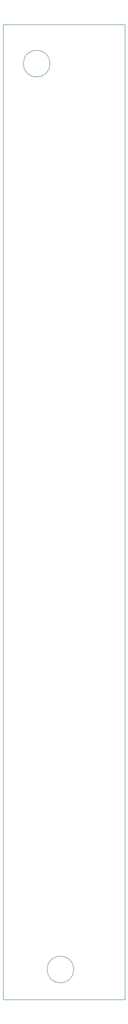
<source format=gm1>
%TF.GenerationSoftware,KiCad,Pcbnew,5.1.6-c6e7f7d~86~ubuntu18.04.1*%
%TF.CreationDate,2020-07-17T12:02:37-05:00*%
%TF.ProjectId,LightProyect,4c696768-7450-4726-9f79-6563742e6b69,rev?*%
%TF.SameCoordinates,Original*%
%TF.FileFunction,Profile,NP*%
%FSLAX46Y46*%
G04 Gerber Fmt 4.6, Leading zero omitted, Abs format (unit mm)*
G04 Created by KiCad (PCBNEW 5.1.6-c6e7f7d~86~ubuntu18.04.1) date 2020-07-17 12:02:37*
%MOMM*%
%LPD*%
G01*
G04 APERTURE LIST*
%TA.AperFunction,Profile*%
%ADD10C,0.050000*%
%TD*%
G04 APERTURE END LIST*
D10*
X124369200Y-190743200D02*
G75*
G03*
X124369200Y-190743200I-2500000J0D01*
G01*
X111114400Y-196342400D02*
X134000000Y-196342400D01*
X134000000Y-196342400D02*
X134000000Y-14100600D01*
X119898800Y-21376640D02*
G75*
G03*
X119898800Y-21376640I-2500000J0D01*
G01*
X134000000Y-14100600D02*
X111114400Y-14100600D01*
X111114400Y-14100600D02*
X111114400Y-196342400D01*
M02*

</source>
